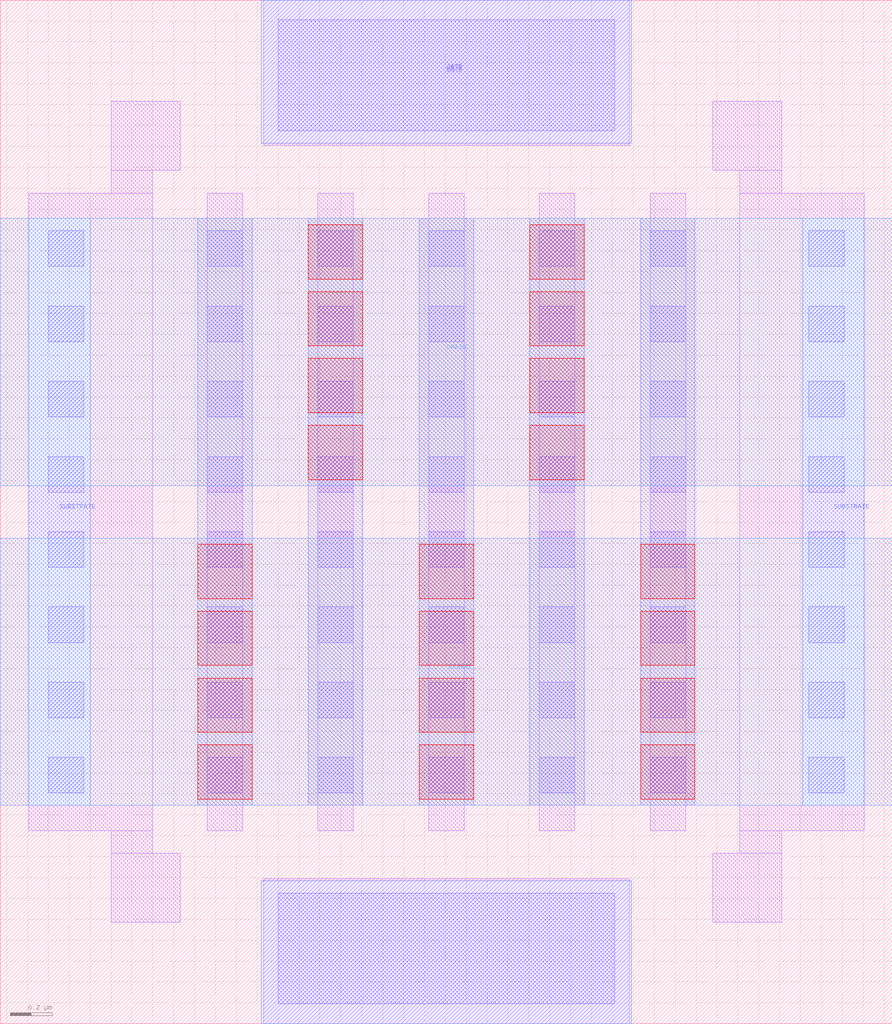
<source format=lef>
# Copyright 2020 The SkyWater PDK Authors
#
# Licensed under the Apache License, Version 2.0 (the "License");
# you may not use this file except in compliance with the License.
# You may obtain a copy of the License at
#
#     https://www.apache.org/licenses/LICENSE-2.0
#
# Unless required by applicable law or agreed to in writing, software
# distributed under the License is distributed on an "AS IS" BASIS,
# WITHOUT WARRANTIES OR CONDITIONS OF ANY KIND, either express or implied.
# See the License for the specific language governing permissions and
# limitations under the License.
#
# SPDX-License-Identifier: Apache-2.0

VERSION 5.7 ;
  NOWIREEXTENSIONATPIN ON ;
  DIVIDERCHAR "/" ;
  BUSBITCHARS "[]" ;
MACRO sky130_fd_pr__rf_nfet_01v8_lvt_bM04W3p00L0p25
  CLASS BLOCK ;
  FOREIGN sky130_fd_pr__rf_nfet_01v8_lvt_bM04W3p00L0p25 ;
  ORIGIN -0.070000  0.000000 ;
  SIZE  4.270000 BY  4.900000 ;
  PIN DRAIN
    ANTENNADIFFAREA  1.685600 ;
    PORT
      LAYER met2 ;
        RECT 0.070000 2.575000 4.340000 3.855000 ;
    END
  END DRAIN
  PIN GATE
    ANTENNAGATEAREA  3.010000 ;
    PORT
      LAYER li1 ;
        RECT 1.330000 0.000000 3.080000 0.695000 ;
        RECT 1.330000 4.205000 3.080000 4.900000 ;
      LAYER mcon ;
        RECT 1.400000 0.095000 3.010000 0.625000 ;
        RECT 1.400000 4.275000 3.010000 4.805000 ;
    END
    PORT
      LAYER met1 ;
        RECT 1.320000 0.000000 3.090000 0.685000 ;
        RECT 1.320000 4.215000 3.090000 4.900000 ;
    END
  END GATE
  PIN SOURCE
    ANTENNADIFFAREA  2.528400 ;
    PORT
      LAYER met2 ;
        RECT 0.070000 1.045000 4.340000 2.325000 ;
    END
  END SOURCE
  PIN SUBSTRATE
    ANTENNADIFFAREA  1.956500 ;
    ANTENNAGATEAREA  0.451500 ;
    PORT
      LAYER met1 ;
        RECT 0.205000 1.045000 0.500000 3.855000 ;
    END
    PORT
      LAYER met1 ;
        RECT 3.910000 1.045000 4.205000 3.855000 ;
    END
  END SUBSTRATE
  OBS
    LAYER li1 ;
      RECT 0.205000 0.925000 0.800000 3.975000 ;
      RECT 0.600000 0.485000 0.930000 0.815000 ;
      RECT 0.600000 0.815000 0.800000 0.925000 ;
      RECT 0.600000 3.975000 0.800000 4.085000 ;
      RECT 0.600000 4.085000 0.930000 4.415000 ;
      RECT 1.060000 0.925000 1.230000 3.975000 ;
      RECT 1.590000 0.925000 1.760000 3.975000 ;
      RECT 2.120000 0.925000 2.290000 3.975000 ;
      RECT 2.650000 0.925000 2.820000 3.975000 ;
      RECT 3.180000 0.925000 3.350000 3.975000 ;
      RECT 3.480000 0.485000 3.810000 0.815000 ;
      RECT 3.480000 4.085000 3.810000 4.415000 ;
      RECT 3.610000 0.815000 3.810000 0.925000 ;
      RECT 3.610000 0.925000 4.205000 3.975000 ;
      RECT 3.610000 3.975000 3.810000 4.085000 ;
    LAYER mcon ;
      RECT 0.300000 1.105000 0.470000 1.275000 ;
      RECT 0.300000 1.465000 0.470000 1.635000 ;
      RECT 0.300000 1.825000 0.470000 1.995000 ;
      RECT 0.300000 2.185000 0.470000 2.355000 ;
      RECT 0.300000 2.545000 0.470000 2.715000 ;
      RECT 0.300000 2.905000 0.470000 3.075000 ;
      RECT 0.300000 3.265000 0.470000 3.435000 ;
      RECT 0.300000 3.625000 0.470000 3.795000 ;
      RECT 1.060000 1.105000 1.230000 1.275000 ;
      RECT 1.060000 1.465000 1.230000 1.635000 ;
      RECT 1.060000 1.825000 1.230000 1.995000 ;
      RECT 1.060000 2.185000 1.230000 2.355000 ;
      RECT 1.060000 2.545000 1.230000 2.715000 ;
      RECT 1.060000 2.905000 1.230000 3.075000 ;
      RECT 1.060000 3.265000 1.230000 3.435000 ;
      RECT 1.060000 3.625000 1.230000 3.795000 ;
      RECT 1.590000 1.105000 1.760000 1.275000 ;
      RECT 1.590000 1.465000 1.760000 1.635000 ;
      RECT 1.590000 1.825000 1.760000 1.995000 ;
      RECT 1.590000 2.185000 1.760000 2.355000 ;
      RECT 1.590000 2.545000 1.760000 2.715000 ;
      RECT 1.590000 2.905000 1.760000 3.075000 ;
      RECT 1.590000 3.265000 1.760000 3.435000 ;
      RECT 1.590000 3.625000 1.760000 3.795000 ;
      RECT 2.120000 1.105000 2.290000 1.275000 ;
      RECT 2.120000 1.465000 2.290000 1.635000 ;
      RECT 2.120000 1.825000 2.290000 1.995000 ;
      RECT 2.120000 2.185000 2.290000 2.355000 ;
      RECT 2.120000 2.545000 2.290000 2.715000 ;
      RECT 2.120000 2.905000 2.290000 3.075000 ;
      RECT 2.120000 3.265000 2.290000 3.435000 ;
      RECT 2.120000 3.625000 2.290000 3.795000 ;
      RECT 2.650000 1.105000 2.820000 1.275000 ;
      RECT 2.650000 1.465000 2.820000 1.635000 ;
      RECT 2.650000 1.825000 2.820000 1.995000 ;
      RECT 2.650000 2.185000 2.820000 2.355000 ;
      RECT 2.650000 2.545000 2.820000 2.715000 ;
      RECT 2.650000 2.905000 2.820000 3.075000 ;
      RECT 2.650000 3.265000 2.820000 3.435000 ;
      RECT 2.650000 3.625000 2.820000 3.795000 ;
      RECT 3.180000 1.105000 3.350000 1.275000 ;
      RECT 3.180000 1.465000 3.350000 1.635000 ;
      RECT 3.180000 1.825000 3.350000 1.995000 ;
      RECT 3.180000 2.185000 3.350000 2.355000 ;
      RECT 3.180000 2.545000 3.350000 2.715000 ;
      RECT 3.180000 2.905000 3.350000 3.075000 ;
      RECT 3.180000 3.265000 3.350000 3.435000 ;
      RECT 3.180000 3.625000 3.350000 3.795000 ;
      RECT 3.940000 1.105000 4.110000 1.275000 ;
      RECT 3.940000 1.465000 4.110000 1.635000 ;
      RECT 3.940000 1.825000 4.110000 1.995000 ;
      RECT 3.940000 2.185000 4.110000 2.355000 ;
      RECT 3.940000 2.545000 4.110000 2.715000 ;
      RECT 3.940000 2.905000 4.110000 3.075000 ;
      RECT 3.940000 3.265000 4.110000 3.435000 ;
      RECT 3.940000 3.625000 4.110000 3.795000 ;
    LAYER met1 ;
      RECT 1.015000 1.045000 1.275000 3.855000 ;
      RECT 1.545000 1.045000 1.805000 3.855000 ;
      RECT 2.075000 1.045000 2.335000 3.855000 ;
      RECT 2.605000 1.045000 2.865000 3.855000 ;
      RECT 3.135000 1.045000 3.395000 3.855000 ;
    LAYER via ;
      RECT 1.015000 1.075000 1.275000 1.335000 ;
      RECT 1.015000 1.395000 1.275000 1.655000 ;
      RECT 1.015000 1.715000 1.275000 1.975000 ;
      RECT 1.015000 2.035000 1.275000 2.295000 ;
      RECT 1.545000 2.605000 1.805000 2.865000 ;
      RECT 1.545000 2.925000 1.805000 3.185000 ;
      RECT 1.545000 3.245000 1.805000 3.505000 ;
      RECT 1.545000 3.565000 1.805000 3.825000 ;
      RECT 2.075000 1.075000 2.335000 1.335000 ;
      RECT 2.075000 1.395000 2.335000 1.655000 ;
      RECT 2.075000 1.715000 2.335000 1.975000 ;
      RECT 2.075000 2.035000 2.335000 2.295000 ;
      RECT 2.605000 2.605000 2.865000 2.865000 ;
      RECT 2.605000 2.925000 2.865000 3.185000 ;
      RECT 2.605000 3.245000 2.865000 3.505000 ;
      RECT 2.605000 3.565000 2.865000 3.825000 ;
      RECT 3.135000 1.075000 3.395000 1.335000 ;
      RECT 3.135000 1.395000 3.395000 1.655000 ;
      RECT 3.135000 1.715000 3.395000 1.975000 ;
      RECT 3.135000 2.035000 3.395000 2.295000 ;
  END
END sky130_fd_pr__rf_nfet_01v8_lvt_bM04W3p00L0p25
END LIBRARY

</source>
